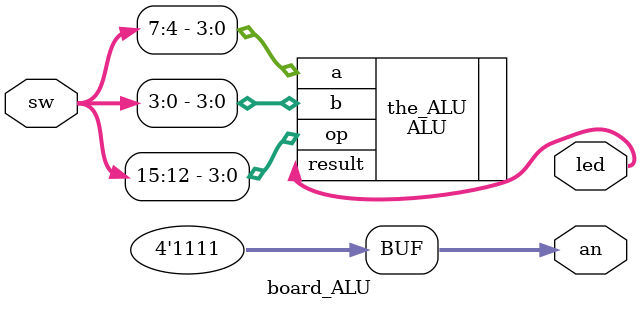
<source format=v>
`timescale 1ns / 1ps


module board_ALU(
    input [15:0] sw,
    output [7:0] led,
    output [3:0] an
    );
  
  assign an=4'b1111;
  
  ALU the_ALU(
    .a(sw[7:4]),
    .b(sw[3:0]),
    .op(sw[15:12]),
    .result(led)
  );
endmodule



</source>
